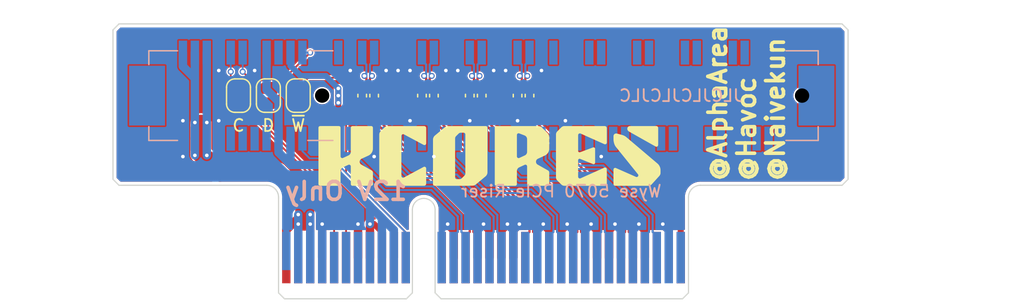
<source format=kicad_pcb>
(kicad_pcb (version 20211014) (generator pcbnew)
  (layers (0 "F.Cu" signal) (31 "B.Cu" signal) (34 "B.Paste" user) (35 "F.Paste" user) (36 "B.SilkS" user "B.Silkscreen") (37 "F.SilkS" user "F.Silkscreen") (38 "B.Mask" user) (39 "F.Mask" user) (44 "Edge.Cuts" user))
  (net 0 "")
  (net 1 "/PET0+")
  (net 2 "/W-PET0+")
  (net 3 "/PET0-")
  (net 4 "/W-PET0-")
  (net 5 "/PET1+")
  (net 6 "/W-PET1+")
  (net 7 "/PET1-")
  (net 8 "/W-PET1-")
  (net 9 "/PET2+")
  (net 10 "/W-PET2+")
  (net 11 "/PET2-")
  (net 12 "/W-PET2-")
  (net 13 "/PET3+")
  (net 14 "/W-PET3+")
  (net 15 "/PET3-")
  (net 16 "/W-PET3-")
  (net 17 "GND")
  (net 18 "+12V")
  (net 20 "+5V")
  (net 22 "+3V3")
  (net 23 "/~{PERST}")
  (net 24 "/REFCLK+")
  (net 25 "/REFCLK-")
  (net 26 "/PER0+")
  (net 27 "/PER0-")
  (net 29 "/PER1+")
  (net 30 "/PER1-")
  (net 31 "/PER2+")
  (net 32 "/PER2-")
  (net 33 "/PER3+")
  (net 34 "/PER3-")
  (net 36 "/Wyse_SMCLK")
  (net 37 "/Wyse_SMDAT")
  (net 38 "+3V3SB")
  (net 39 "/~{Wyse_WAKE}")
  (net 57 "/SMCLK")
  (net 58 "/SMDAT")
  (net 60 "/~{WAKE}")
  (footprint "KCORES_Logo:KCORES-Logo_5mm_SilkScreen" (layer "F.Cu") (at 155.5 137.5)
    (fp_text reference "G***" hide)
    (fp_text value "LOGO" hide)
  )
  (footprint "Jumper:SolderJumper-2_P1.3mm_Open_RoundedPad1.0x1.5mm" (layer "F.Cu") (at 139.5 133 -90)
    (fp_text reference "JP4")
    (fp_text value "~{WAKE}")
  )
  (footprint "Jumper:SolderJumper-2_P1.3mm_Open_RoundedPad1.0x1.5mm" (layer "F.Cu") (at 134.5 133 90)
    (fp_text reference "JP2")
    (fp_text value "SMCLK")
  )
  (footprint "Capacitor_SMD:C_0402_1005Metric" (layer "F.Cu") (at 154.85 133 -90)
    (fp_text reference "C6" hide)
    (fp_text value "100nF")
  )
  (footprint "Capacitor_SMD:C_0402_1005Metric" (layer "F.Cu") (at 150.85 133 -90)
    (fp_text reference "C4" hide)
    (fp_text value "100nF")
  )
  (footprint "Connector_PCBEdge:BUS_PCIexpress_x4" (layer "F.Cu") (at 138.5 146.55)
    (fp_text reference "J1")
    (fp_text value "Wyse_PCI_Express_x4")
    (fp_line (start 12.95 3.45) (end 33.15 3.45) (layer "Edge.Cuts") (width 0.1))
    (fp_line (start 10.55 2.95) (end 10.05 3.45) (layer "Edge.Cuts") (width 0.1))
    (fp_line (start -0.15 3.45) (end 10.05 3.45) (layer "Edge.Cuts") (width 0.1))
    (fp_line (start 12.45 2.95) (end 12.95 3.45) (layer "Edge.Cuts") (width 0.1))
    (fp_line (start 33.65 2.95) (end 33.15 3.45) (layer "Edge.Cuts") (width 0.1))
    (fp_line (start 10.55 -4) (end 10.55 2.95) (layer "Edge.Cuts") (width 0.1))
    (fp_line (start -0.65 -4.95) (end -0.65 2.95) (layer "Edge.Cuts") (width 0.1))
    (fp_line (start 33.65 -4.95) (end 33.65 2.95) (layer "Edge.Cuts") (width 0.1))
    (fp_line (start -0.65 2.95) (end -0.15 3.45) (layer "Edge.Cuts") (width 0.1))
    (fp_line (start 12.45 -4) (end 12.45 2.95) (layer "Edge.Cuts") (width 0.1))
    (fp_arc (start 10.55 -4) (mid 11.5 -4.95) (end 12.45 -4) (layer "Edge.Cuts") (width 0.1))
  )
  (footprint "Capacitor_SMD:C_0402_1005Metric" (layer "F.Cu") (at 144.85 133 -90)
    (fp_text reference "C1" hide)
    (fp_text value "100nF")
  )
  (footprint "Jumper:SolderJumper-2_P1.3mm_Open_RoundedPad1.0x1.5mm" (layer "F.Cu") (at 137 133 90)
    (fp_text reference "JP3")
    (fp_text value "SMDAT")
  )
  (footprint "Capacitor_SMD:C_0402_1005Metric" (layer "F.Cu") (at 157.85 133 -90)
    (fp_text reference "C7" hide)
    (fp_text value "100nF")
  )
  (footprint "Capacitor_SMD:C_0402_1005Metric" (layer "F.Cu") (at 149.85 133 -90)
    (fp_text reference "C3" hide)
    (fp_text value "100nF")
  )
  (footprint "Capacitor_SMD:C_0402_1005Metric" (layer "F.Cu") (at 153.85 133 -90)
    (fp_text reference "C5" hide)
    (fp_text value "100nF")
  )
  (footprint "Capacitor_SMD:C_0402_1005Metric" (layer "F.Cu") (at 158.85 133 -90)
    (fp_text reference "C8" hide)
    (fp_text value "100nF")
  )
  (footprint "Capacitor_SMD:C_0402_1005Metric" (layer "F.Cu") (at 145.85 133 -90)
    (fp_text reference "C2" hide)
    (fp_text value "100nF")
  )
  (footprint "Connector_PCIe_SMT:PCIe_Vertical_SMT_x8" (layer "B.Cu") (at 141.5 133 180)
    (fp_text reference "J2" hide)
    (fp_text value "Bus_PCI_Express_x8")
  )
  (gr_arc (start 136.85 140.5) (mid 137.557107 140.792893) (end 137.85 141.5) (layer "Edge.Cuts") (width 0.1))
  (gr_line (start 172.15 141.5) (end 172.15 141.6) (layer "Edge.Cuts") (width 0.1))
  (gr_line (start 124 127.5) (end 124.5 127) (layer "Edge.Cuts") (width 0.1))
  (gr_arc (start 172.15 141.5) (mid 172.442893 140.792893) (end 173.15 140.5) (layer "Edge.Cuts") (width 0.1))
  (gr_line (start 185.5 140) (end 185 140.5) (layer "Edge.Cuts") (width 0.1))
  (gr_line (start 185 140.5) (end 173.15 140.5) (layer "Edge.Cuts") (width 0.1))
  (gr_line (start 185.5 127.5) (end 185 127) (layer "Edge.Cuts") (width 0.1))
  (gr_line (start 137.85 141.6) (end 137.85 141.5) (layer "Edge.Cuts") (width 0.1))
  (gr_line (start 124 140) (end 124.5 140.5) (layer "Edge.Cuts") (width 0.1))
  (gr_line (start 124.5 127) (end 185 127) (layer "Edge.Cuts") (width 0.1))
  (gr_line (start 124 140) (end 124 127.5) (layer "Edge.Cuts") (width 0.1))
  (gr_line (start 185.5 127.5) (end 185.5 140) (layer "Edge.Cuts") (width 0.1))
  (gr_line (start 124.5 140.5) (end 136.85 140.5) (layer "Edge.Cuts") (width 0.1))
  (gr_text "JLCJLCJLCJLC" (at 171.5 133) (layer "B.SilkS") (effects (font (size 1 1)) (justify mirror)))
  (gr_text "Wyse 5070 PCIe Riser" (at 161.5 141) (layer "B.SilkS") (effects (font (size 1 1)) (justify mirror)))
  (gr_text "12V Only" (at 143.5 141) (layer "B.SilkS") (effects (font (size 1.5 1.5) (thickness 0.3)) (justify mirror)))
  (gr_text "D" (at 137 135.5) (layer "F.SilkS") (effects (font (size 1 1))))
  (gr_text "C" (at 134.5 135.5) (layer "F.SilkS") (effects (font (size 1 1))))
  (gr_text "~{W}" (at 139.5 135.5) (layer "F.SilkS") (effects (font (size 1 1))))
  (gr_text "@AlphaArea\n@Havoc\n@Naivekun" (at 177 140.3 90) (layer "F.SilkS") (effects (font (size 1.5 1.5) (thickness 0.3)) (justify left)))
  (segment (start 145.197599 131.511099) (end 145.197599 132.172401) (width 0.1778) (layer "F.Cu") (net 1))
  (segment (start 145.0365 131.35) (end 145.197599 131.511099) (width 0.1778) (layer "F.Cu") (net 1))
  (segment (start 145.197599 132.172401) (end 144.85 132.52) (width 0.1778) (layer "F.Cu") (net 1))
  (via (at 145.0365 131.35) (size 0.5) (drill 0.3) (layers "F.Cu" "B.Cu") (net 1))
  (segment (start 145.197599 131.188901) (end 145.0365 131.35) (width 0.1778) (layer "B.Cu") (net 1))
  (segment (start 145.1976 130.3976) (end 145.197599 131.188901) (width 0.1778) (layer "B.Cu") (net 1))
  (segment (start 144.85 130.05) (end 145.1976 130.3976) (width 0.1778) (layer "B.Cu") (net 1))
  (segment (start 144.85 129.4) (end 144.85 130.05) (width 0.1778) (layer "B.Cu") (net 1))
  (segment (start 145.197599 134.463127) (end 145.197599 133.827599) (width 0.1778) (layer "F.Cu") (net 2))
  (segment (start 153.8476 143.113128) (end 145.197599 134.463127) (width 0.1778) (layer "F.Cu") (net 2))
  (segment (start 145.197599 133.827599) (end 144.85 133.48) (width 0.1778) (layer "F.Cu") (net 2))
  (segment (start 153.8476 144.4024) (end 153.8476 143.113128) (width 0.1778) (layer "F.Cu") (net 2))
  (segment (start 153.5 144.75) (end 153.8476 144.4024) (width 0.1778) (layer "F.Cu") (net 2))
  (segment (start 153.5 146.55) (end 153.5 144.75) (width 0.1778) (layer "F.Cu") (net 2))
  (segment (start 145.502401 131.511099) (end 145.502401 132.172401) (width 0.1778) (layer "F.Cu") (net 3))
  (segment (start 145.6635 131.35) (end 145.502401 131.511099) (width 0.1778) (layer "F.Cu") (net 3))
  (segment (start 145.502401 132.172401) (end 145.85 132.52) (width 0.1778) (layer "F.Cu") (net 3))
  (via (at 145.6635 131.35) (size 0.5) (drill 0.3) (layers "F.Cu" "B.Cu") (net 3))
  (segment (start 145.5024 130.3976) (end 145.502401 131.188901) (width 0.1778) (layer "B.Cu") (net 3))
  (segment (start 145.85 130.05) (end 145.5024 130.3976) (width 0.1778) (layer "B.Cu") (net 3))
  (segment (start 145.85 129.4) (end 145.85 130.05) (width 0.1778) (layer "B.Cu") (net 3))
  (segment (start 145.502401 131.188901) (end 145.6635 131.35) (width 0.1778) (layer "B.Cu") (net 3))
  (segment (start 145.502401 133.827599) (end 145.85 133.48) (width 0.1778) (layer "F.Cu") (net 4))
  (segment (start 154.5 144.75) (end 154.1524 144.4024) (width 0.1778) (layer "F.Cu") (net 4))
  (segment (start 145.502401 134.336873) (end 145.502401 133.827599) (width 0.1778) (layer "F.Cu") (net 4))
  (segment (start 154.1524 144.4024) (end 154.1524 142.986872) (width 0.1778) (layer "F.Cu") (net 4))
  (segment (start 154.1524 142.986872) (end 145.502401 134.336873) (width 0.1778) (layer "F.Cu") (net 4))
  (segment (start 154.5 146.55) (end 154.5 144.75) (width 0.1778) (layer "F.Cu") (net 4))
  (segment (start 150.197599 132.172401) (end 149.85 132.52) (width 0.1778) (layer "F.Cu") (net 5))
  (segment (start 150.0365 131.35) (end 150.197599 131.511099) (width 0.1778) (layer "F.Cu") (net 5))
  (segment (start 150.197599 131.511099) (end 150.197599 132.172401) (width 0.1778) (layer "F.Cu") (net 5))
  (via (at 150.0365 131.35) (size 0.5) (drill 0.3) (layers "F.Cu" "B.Cu") (net 5))
  (segment (start 150.197599 131.188901) (end 150.0365 131.35) (width 0.1778) (layer "B.Cu") (net 5))
  (segment (start 150.1976 130.3976) (end 150.197599 131.188901) (width 0.1778) (layer "B.Cu") (net 5))
  (segment (start 149.85 129.4) (end 149.85 130.05) (width 0.1778) (layer "B.Cu") (net 5))
  (segment (start 149.85 130.05) (end 150.1976 130.3976) (width 0.1778) (layer "B.Cu") (net 5))
  (segment (start 158.5 146.55) (end 158.5 144.75) (width 0.1778) (layer "F.Cu") (net 6))
  (segment (start 158.8476 144.4024) (end 158.8476 143.113128) (width 0.1778) (layer "F.Cu") (net 6))
  (segment (start 158.5 144.75) (end 158.8476 144.4024) (width 0.1778) (layer "F.Cu") (net 6))
  (segment (start 158.8476 143.113128) (end 150.197599 134.463127) (width 0.1778) (layer "F.Cu") (net 6))
  (segment (start 150.197599 133.827599) (end 149.85 133.48) (width 0.1778) (layer "F.Cu") (net 6))
  (segment (start 150.197599 134.463127) (end 150.197599 133.827599) (width 0.1778) (layer "F.Cu") (net 6))
  (segment (start 150.6635 131.35) (end 150.502401 131.511099) (width 0.1778) (layer "F.Cu") (net 7))
  (segment (start 150.502401 132.172401) (end 150.85 132.52) (width 0.1778) (layer "F.Cu") (net 7))
  (segment (start 150.502401 131.511099) (end 150.502401 132.172401) (width 0.1778) (layer "F.Cu") (net 7))
  (via (at 150.6635 131.35) (size 0.5) (drill 0.3) (layers "F.Cu" "B.Cu") (net 7))
  (segment (start 150.85 130.05) (end 150.5024 130.3976) (width 0.1778) (layer "B.Cu") (net 7))
  (segment (start 150.5024 130.3976) (end 150.502401 131.188901) (width 0.1778) (layer "B.Cu") (net 7))
  (segment (start 150.85 129.4) (end 150.85 130.05) (width 0.1778) (layer "B.Cu") (net 7))
  (segment (start 150.502401 131.188901) (end 150.6635 131.35) (width 0.1778) (layer "B.Cu") (net 7))
  (segment (start 150.502401 133.827599) (end 150.85 133.48) (width 0.1778) (layer "F.Cu") (net 8))
  (segment (start 159.1524 142.986872) (end 150.502401 134.336873) (width 0.1778) (layer "F.Cu") (net 8))
  (segment (start 159.5 146.55) (end 159.5 144.75) (width 0.1778) (layer "F.Cu") (net 8))
  (segment (start 150.502401 134.336873) (end 150.502401 133.827599) (width 0.1778) (layer "F.Cu") (net 8))
  (segment (start 159.5 144.75) (end 159.1524 144.4024) (width 0.1778) (layer "F.Cu") (net 8))
  (segment (start 159.1524 144.4024) (end 159.1524 142.986872) (width 0.1778) (layer "F.Cu") (net 8))
  (segment (start 154.197599 132.172401) (end 153.85 132.52) (width 0.1778) (layer "F.Cu") (net 9))
  (segment (start 154.0365 131.35) (end 154.197599 131.511099) (width 0.1778) (layer "F.Cu") (net 9))
  (segment (start 154.197599 131.511099) (end 154.197599 132.172401) (width 0.1778) (layer "F.Cu") (net 9))
  (via (at 154.0365 131.35) (size 0.5) (drill 0.3) (layers "F.Cu" "B.Cu") (net 9))
  (segment (start 154.1976 130.3976) (end 154.197599 131.188901) (width 0.1778) (layer "B.Cu") (net 9))
  (segment (start 153.85 130.05) (end 154.1976 130.3976) (width 0.1778) (layer "B.Cu") (net 9))
  (segment (start 153.85 129.4) (end 153.85 130.05) (width 0.1778) (layer "B.Cu") (net 9))
  (segment (start 154.197599 131.188901) (end 154.0365 131.35) (width 0.1778) (layer "B.Cu") (net 9))
  (segment (start 162.5 144.75) (end 162.8476 144.4024) (width 0.1778) (layer "F.Cu") (net 10))
  (segment (start 162.8476 144.4024) (end 162.8476 143.113128) (width 0.1778) (layer "F.Cu") (net 10))
  (segment (start 162.5 146.55) (end 162.5 144.75) (width 0.1778) (layer "F.Cu") (net 10))
  (segment (start 162.8476 143.113128) (end 154.197599 134.463127) (width 0.1778) (layer "F.Cu") (net 10))
  (segment (start 154.197599 134.463127) (end 154.197599 133.827599) (width 0.1778) (layer "F.Cu") (net 10))
  (segment (start 154.197599 133.827599) (end 153.85 133.48) (width 0.1778) (layer "F.Cu") (net 10))
  (segment (start 154.502401 131.511099) (end 154.502401 132.172401) (width 0.1778) (layer "F.Cu") (net 11))
  (segment (start 154.502401 132.172401) (end 154.85 132.52) (width 0.1778) (layer "F.Cu") (net 11))
  (segment (start 154.6635 131.35) (end 154.502401 131.511099) (width 0.1778) (layer "F.Cu") (net 11))
  (via (at 154.6635 131.35) (size 0.5) (drill 0.3) (layers "F.Cu" "B.Cu") (net 11))
  (segment (start 154.85 130.05) (end 154.5024 130.3976) (width 0.1778) (layer "B.Cu") (net 11))
  (segment (start 154.5024 130.3976) (end 154.502401 131.188901) (width 0.1778) (layer "B.Cu") (net 11))
  (segment (start 154.85 129.4) (end 154.85 130.05) (width 0.1778) (layer "B.Cu") (net 11))
  (segment (start 154.502401 131.188901) (end 154.6635 131.35) (width 0.1778) (layer "B.Cu") (net 11))
  (segment (start 163.1524 144.4024) (end 163.1524 142.986872) (width 0.1778) (layer "F.Cu") (net 12))
  (segment (start 163.5 146.55) (end 163.5 144.75) (width 0.1778) (layer "F.Cu") (net 12))
  (segment (start 154.502401 134.336873) (end 154.502401 133.827599) (width 0.1778) (layer "F.Cu") (net 12))
  (segment (start 154.502401 133.827599) (end 154.85 133.48) (width 0.1778) (layer "F.Cu") (net 12))
  (segment (start 163.5 144.75) (end 163.1524 144.4024) (width 0.1778) (layer "F.Cu") (net 12))
  (segment (start 163.1524 142.986872) (end 154.502401 134.336873) (width 0.1778) (layer "F.Cu") (net 12))
  (segment (start 158.197599 132.172401) (end 157.85 132.52) (width 0.1778) (layer "F.Cu") (net 13))
  (segment (start 158.0365 131.35) (end 158.197599 131.511099) (width 0.1778) (layer "F.Cu") (net 13))
  (segment (start 158.197599 131.511099) (end 158.197599 132.172401) (width 0.1778) (layer "F.Cu") (net 13))
  (via (at 158.0365 131.35) (size 0.5) (drill 0.3) (layers "F.Cu" "B.Cu") (net 13))
  (segment (start 157.85 130.05) (end 158.1976 130.3976) (width 0.1778) (layer "B.Cu") (net 13))
  (segment (start 158.1976 130.3976) (end 158.197599 131.188901) (width 0.1778) (layer "B.Cu") (net 13))
  (segment (start 158.197599 131.188901) (end 158.0365 131.35) (width 0.1778) (layer "B.Cu") (net 13))
  (segment (start 157.85 129.4) (end 157.85 130.05) (width 0.1778) (layer "B.Cu") (net 13))
  (segment (start 166.8476 143.113128) (end 158.197599 134.463127) (width 0.1778) (layer "F.Cu") (net 14))
  (segment (start 158.197599 134.463127) (end 158.197599 133.827599) (width 0.1778) (layer "F.Cu") (net 14))
  (segment (start 158.197599 133.827599) (end 157.85 133.48) (width 0.1778) (layer "F.Cu") (net 14))
  (segment (start 166.5 144.75) (end 166.8476 144.4024) (width 0.1778) (layer "F.Cu") (net 14))
  (segment (start 166.5 146.55) (end 166.5 144.75) (width 0.1778) (layer "F.Cu") (net 14))
  (segment (start 166.8476 144.4024) (end 166.8476 143.113128) (width 0.1778) (layer "F.Cu") (net 14))
  (segment (start 158.502401 132.172401) (end 158.85 132.52) (width 0.1778) (layer "F.Cu") (net 15))
  (segment (start 158.502401 131.511099) (end 158.502401 132.172401) (width 0.1778) (layer "F.Cu") (net 15))
  (segment (start 158.6635 131.35) (end 158.502401 131.511099) (width 0.1778) (layer "F.Cu") (net 15))
  (via (at 158.6635 131.35) (size 0.5) (drill 0.3) (layers "F.Cu" "B.Cu") (net 15))
  (segment (start 158.85 129.4) (end 158.85 130.05) (width 0.1778) (layer "B.Cu") (net 15))
  (segment (start 158.85 130.05) (end 158.5024 130.3976) (width 0.1778) (layer "B.Cu") (net 15))
  (segment (start 158.502401 131.188901) (end 158.6635 131.35) (width 0.1778) (layer "B.Cu") (net 15))
  (segment (start 158.5024 130.3976) (end 158.502401 131.188901) (width 0.1778) (layer "B.Cu") (net 15))
  (segment (start 158.502401 134.336873) (end 158.502401 133.827599) (width 0.1778) (layer "F.Cu") (net 16))
  (segment (start 167.1524 142.986872) (end 158.502401 134.336873) (width 0.1778) (layer "F.Cu") (net 16))
  (segment (start 158.502401 133.827599) (end 158.85 133.48) (width 0.1778) (layer "F.Cu") (net 16))
  (segment (start 167.1524 144.4024) (end 167.1524 142.986872) (width 0.1778) (layer "F.Cu") (net 16))
  (segment (start 167.5 144.75) (end 167.1524 144.4024) (width 0.1778) (layer "F.Cu") (net 16))
  (segment (start 167.5 146.55) (end 167.5 144.75) (width 0.1778) (layer "F.Cu") (net 16))
  (segment (start 165.5 146.55) (end 165.5 144.25) (width 0.7) (layer "F.Cu") (net 17))
  (segment (start 170.5 146) (end 170.5 144.25) (width 0.7) (layer "F.Cu") (net 17))
  (segment (start 160 143.75) (end 160.5 144.25) (width 0.7) (layer "F.Cu") (net 17))
  (segment (start 168.5 144.25) (end 168.5 146.55) (width 0.7) (layer "F.Cu") (net 17))
  (segment (start 156.5 144.25) (end 157 143.75) (width 0.7) (layer "F.Cu") (net 17))
  (segment (start 141.5 146.55) (end 141.5 143.75) (width 0.7) (layer "F.Cu") (net 17))
  (segment (start 152.5 146.55) (end 152.5 144.25) (width 0.7) (layer "F.Cu") (net 17))
  (segment (start 168 143.75) (end 168.5 144.25) (width 0.7) (layer "F.Cu") (net 17))
  (segment (start 157.5 146.55) (end 157.5 144.25) (width 0.7) (layer "F.Cu") (net 17))
  (segment (start 155.5 146.55) (end 155.5 144.25) (width 0.7) (layer "F.Cu") (net 17))
  (segment (start 144.5 146.55) (end 144.5 143.75) (width 0.7) (layer "F.Cu") (net 17))
  (segment (start 165.5 144.25) (end 166 143.75) (width 0.7) (layer "F.Cu") (net 17))
  (segment (start 170.5 144.25) (end 170 143.75) (width 0.7) (layer "F.Cu") (net 17))
  (segment (start 164.5 144.25) (end 164.5 146.55) (width 0.7) (layer "F.Cu") (net 17))
  (segment (start 155.5 144.25) (end 155 143.75) (width 0.7) (layer "F.Cu") (net 17))
  (segment (start 152.5 144.25) (end 152 143.75) (width 0.7) (layer "F.Cu") (net 17))
  (segment (start 161.5 144.25) (end 162 143.75) (width 0.7) (layer "F.Cu") (net 17))
  (segment (start 164 143.75) (end 164.5 144.25) (width 0.7) (layer "F.Cu") (net 17))
  (segment (start 160.5 144.25) (end 160.5 146.55) (width 0.7) (layer "F.Cu") (net 17))
  (segment (start 171.5 146.55) (end 171.5 143.75) (width 0.5) (layer "F.Cu") (net 17))
  (segment (start 156.5 146.55) (end 156.5 144.25) (width 0.7) (layer "F.Cu") (net 17))
  (segment (start 161.5 146.55) (end 161.5 144.25) (width 0.7) (layer "F.Cu") (net 17))
  (segment (start 157.5 144.25) (end 158 143.75) (width 0.7) (layer "F.Cu") (net 17))
  (via (at 147.85 130.9) (size 0.5) (drill 0.3) (layers "F.Cu" "B.Cu") (net 17))
  (via (at 150.85 138.1) (size 0.5) (drill 0.3) (layers "F.Cu" "B.Cu") (net 17))
  (via (at 156.85 130.9) (size 0.5) (drill 0.3) (layers "F.Cu" "B.Cu") (net 17))
  (via (at 135.85 130.9) (size 0.5) (drill 0.3) (layers "F.Cu" "B.Cu") (net 17))
  (via (at 144.5 143.75) (size 0.5) (drill 0.3) (layers "F.Cu" "B.Cu") (net 17))
  (via (at 132.85 135.1) (size 0.5) (drill 0.3) (layers "F.Cu" "B.Cu") (net 17))
  (via (at 160 143.75) (size 0.5) (drill 0.3) (layers "F.Cu" "B.Cu") (net 17))
  (via (at 152.85 130.9) (size 0.5) (drill 0.3) (layers "F.Cu" "B.Cu") (net 17))
  (via (at 157 143.75) (size 0.5) (drill 0.3) (layers "F.Cu" "B.Cu") (net 17))
  (via (at 158 143.75) (size 0.5) (drill 0.3) (layers "F.Cu" "B.Cu") (net 17))
  (via (at 166 143.75) (size 0.5) (drill 0.3) (layers "F.Cu" "B.Cu") (net 17))
  (via (at 129.85 138.1) (size 0.5) (drill 0.3) (layers "F.Cu" "B.Cu") (net 17))
  (via (at 148.85 135.1) (size 0.5) (drill 0.3) (layers "F.Cu" "B.Cu") (net 17))
  (via (at 159.85 130.9) (size 0.5) (drill 0.3) (layers "F.Cu" "B.Cu") (net 17))
  (via (at 162 143.75) (size 0.5) (drill 0.3) (layers "F.Cu" "B.Cu") (net 17))
  (via (at 152 143.75) (size 0.5) (drill 0.3) (layers "F.Cu" "B.Cu") (net 17))
  (via (at 148.85 130.9) (size 0.5) (drill 0.3) (layers "F.Cu" "B.Cu") (net 17))
  (via (at 132.85 130.9) (size 0.5) (drill 0.3) (layers "F.Cu" "B.Cu") (net 17))
  (via (at 157.85 135.1) (size 0.5) (drill 0.3) (layers "F.Cu" "B.Cu") (net 17))
  (via (at 170 143.75) (size 0.5) (drill 0.3) (layers "F.Cu" "B.Cu") (net 17))
  (via (at 151.85 130.9) (size 0.5) (drill 0.3) (layers "F.Cu" "B.Cu") (net 17))
  (via (at 145.85 138.1) (size 0.5) (drill 0.3) (layers "F.Cu" "B.Cu") (net 17))
  (via (at 161.85 135.1) (size 0.5) (drill 0.3) (layers "F.Cu" "B.Cu") (net 17))
  (via (at 143.85 130.9) (size 0.5) (drill 0.3) (layers "F.Cu" "B.Cu") (net 17))
  (via (at 164.85 138.1) (size 0.5) (drill 0.3) (layers "F.Cu" "B.Cu") (net 17))
  (via (at 155.85 130.9) (size 0.5) (drill 0.3) (layers "F.Cu" "B.Cu") (net 17))
  (via (at 153.85 135.1) (size 0.5) (drill 0.3) (layers "F.Cu" "B.Cu") (net 17))
  (via (at 164 143.75) (size 0.5) (drill 0.3) (layers "F.Cu" "B.Cu") (net 17))
  (via (at 129.85 135.1) (size 0.5) (drill 0.3) (layers "F.Cu" "B.Cu") (net 17))
  (via (at 168 143.75) (size 0.5) (drill 0.3) (layers "F.Cu" "B.Cu") (net 17))
  (via (at 141.5 143.75) (size 0.5) (drill 0.3) (layers "F.Cu" "B.Cu") (net 17))
  (via (at 155 143.75) (size 0.5) (drill 0.3) (layers "F.Cu" "B.Cu") (net 17))
  (via (at 146.85 130.9) (size 0.5) (drill 0.3) (layers "F.Cu" "B.Cu") (net 17))
  (segment (start 162 143.75) (end 162.5 144.25) (width 0.7) (layer "B.Cu") (net 17))
  (segment (start 155 143.75) (end 154.5 144.25) (width 0.7) (layer "B.Cu") (net 17))
  (segment (start 151.5 144.25) (end 152 143.75) (width 0.5) (layer "B.Cu") (net 17))
  (segment (start 163.5 144.25) (end 164 143.75) (width 0.7) (layer "B.Cu") (net 17))
  (segment (start 158 143.75) (end 157.5 144.25) (width 0.7) (layer "B.Cu") (net 17))
  (segment (start 170.5 146.55) (end 170.5 144.25) (width 0.7) (layer "B.Cu") (net 17))
  (segment (start 166.5 144.25) (end 166.5 146.55) (width 0.7) (layer "B.Cu") (net 17))
  (segment (start 154.5 144.25) (end 154.5 146.55) (width 0.7) (layer "B.Cu") (net 17))
  (segment (start 138.5 146) (end 138.5 142.5) (width 0.5) (layer "B.Cu") (net 17))
  (segment (start 157.5 144.25) (end 157.5 146.55) (width 0.7) (layer "B.Cu") (net 17))
  (segment (start 159.5 146.55) (end 159.5 144.25) (width 0.7) (layer "B.Cu") (net 17))
  (segment (start 157.5 144.25) (end 157 143.75) (width 0.7) (layer "B.Cu") (net 17))
  (segment (start 151.5 146.55) (end 151.5 144.25) (width 0.5) (layer "B.Cu") (net 17))
  (segment (start 167.5 146.55) (end 167.5 144.25) (width 0.7) (layer "B.Cu") (net 17))
  (segment (start 167.5 144.25) (end 168 143.75) (width 0.7) (layer "B.Cu") (net 17))
  (segment (start 159.5 144.25) (end 160 143.75) (width 0.7) (layer "B.Cu") (net 17))
  (segment (start 170.5 144.25) (end 170 143.75) (width 0.7) (layer "B.Cu") (net 17))
  (segment (start 141.5 146.55) (end 141.5 143.75) (width 0.7) (layer "B.Cu") (net 17))
  (segment (start 163.5 146.55) (end 163.5 144.25) (width 0.7) (layer "B.Cu") (net 17))
  (segment (start 162.5 144.25) (end 162.5 146.55) (width 0.7) (layer "B.Cu") (net 17))
  (segment (start 166 143.75) (end 166.5 144.25) (width 0.7) (layer "B.Cu") (net 17))
  (segment (start 137.75 139.45) (end 140 141.7) (width 1.5) (layer "F.Cu") (net 18))
  (segment (start 139.5 146.55) (end 139.5 144.05) (width 0.7) (layer "F.Cu") (net 18))
  (segment (start 139.5 144.05) (end 140 143.55) (width 0.7) (layer "F.Cu") (net 18))
  (segment (start 132.95 139.45) (end 137.75 139.45) (width 1.5) (layer "F.Cu") (net 18))
  (segment (start 140 141.7) (end 140 143.55) (width 1.5) (layer "F.Cu") (net 18))
  (segment (start 138.5 144.25) (end 140.2 142.55) (width 0.7) (layer "F.Cu") (net 18))
  (segment (start 138.5 146.55) (end 138.5 144.25) (width 0.7) (layer "F.Cu") (net 18))
  (segment (start 131.35 135.35) (end 131.35 137.85) (width 1.5) (layer "F.Cu") (net 18))
  (segment (start 140.5 146.55) (end 140.5 141.7) (width 0.7) (layer "F.Cu") (net 18))
  (segment (start 131.35 137.85) (end 132.95 139.45) (width 1.5) (layer "F.Cu") (net 18))
  (via (at 139.5 143.75) (size 0.5) (drill 0.3) (layers "F.Cu" "B.Cu") (net 18))
  (via (at 131.85 138) (size 0.5) (drill 0.3) (layers "F.Cu" "B.Cu") (net 18))
  (via (at 130.85 135.25) (size 0.5) (drill 0.3) (layers "F.Cu" "B.Cu") (net 18))
  (via (at 140.5 143.75) (size 0.5) (drill 0.3) (layers "F.Cu" "B.Cu") (net 18))
  (via (at 131.85 135.25) (size 0.5) (drill 0.3) (layers "F.Cu" "B.Cu") (net 18))
  (via (at 130.85 138) (size 0.5) (drill 0.3) (layers "F.Cu" "B.Cu") (net 18))
  (via (at 139.5 142.95) (size 0.5) (drill 0.3) (layers "F.Cu" "B.Cu") (net 18))
  (via (at 140.5 142.95) (size 0.5) (drill 0.3) (layers "F.Cu" "B.Cu") (net 18))
  (segment (start 131.85 136.6) (end 131.85 135.25) (width 0.7) (layer "B.Cu") (net 18))
  (segment (start 129.85 130.55) (end 130.85 131.55) (width 0.7) (layer "B.Cu") (net 18))
  (segment (start 130.85 135.25) (end 130.85 136.6) (width 0.7) (layer "B.Cu") (net 18))
  (segment (start 139.5 143.75) (end 139.5 142.95) (width 0.7) (layer "B.Cu") (net 18))
  (segment (start 139.5 146.55) (end 139.5 143.75) (width 0.7) (layer "B.Cu") (net 18))
  (segment (start 131.85 136.6) (end 131.85 138) (width 0.7) (layer "B.Cu") (net 18))
  (segment (start 129.85 129.4) (end 129.85 130.55) (width 0.7) (layer "B.Cu") (net 18))
  (segment (start 140.5 146.55) (end 140.5 143.75) (width 0.7) (layer "B.Cu") (net 18))
  (segment (start 140.5 143.75) (end 140.5 142.95) (width 0.7) (layer "B.Cu") (net 18))
  (segment (start 130.85 136.6) (end 130.85 138) (width 0.7) (layer "B.Cu") (net 18))
  (segment (start 130.85 129.4) (end 130.85 131.55) (width 0.7) (layer "B.Cu") (net 18))
  (segment (start 130.85 131.55) (end 130.85 135.25) (width 0.7) (layer "B.Cu") (net 18))
  (segment (start 131.85 135.25) (end 131.85 129.4) (width 0.7) (layer "B.Cu") (net 18))
  (segment (start 146.5 144.4) (end 145.85 143.75) (width 0.5) (layer "F.Cu") (net 22))
  (segment (start 145.85 143.75) (end 145.5 143.75) (width 0.5) (layer "F.Cu") (net 22))
  (segment (start 146.5 146.55) (end 146.5 144.4) (width 0.5) (layer "F.Cu") (net 22))
  (segment (start 145.5 146.55) (end 145.5 143.75) (width 0.7) (layer "F.Cu") (net 22))
  (via (at 145.5 143.75) (size 0.5) (drill 0.3) (layers "F.Cu" "B.Cu") (net 22))
  (segment (start 137.85 137.75) (end 138.9 138.8) (width 0.7) (layer "B.Cu") (net 22))
  (segment (start 137.85 136.6) (end 137.85 133.5) (width 0.7) (layer "B.Cu") (net 22))
  (segment (start 146.2 142.95) (end 147.5 144.25) (width 0.7) (layer "B.Cu") (net 22))
  (segment (start 145.5 143.75) (end 145.5 142.25) (width 0.7) (layer "B.Cu") (net 22))
  (segment (start 146.5 146.55) (end 146.5 143.25) (width 0.7) (layer "B.Cu") (net 22))
  (segment (start 147.5 144.25) (end 147.5 146.55) (width 0.7) (layer "B.Cu") (net 22))
  (segment (start 137.85 136.6) (end 137.85 137.75) (width 0.7) (layer "B.Cu") (net 22))
  (segment (start 145.5 142.25) (end 145.275 142.025) (width 0.7) (layer "B.Cu") (net 22))
  (segment (start 145.275 142.025) (end 146.2 142.95) (width 0.7) (layer "B.Cu") (net 22))
  (segment (start 142.05 138.8) (end 145.275 142.025) (width 0.7) (layer "B.Cu") (net 22))
  (segment (start 138.85 136.6) (end 138.85 138.75) (width 0.7) (layer "B.Cu") (net 22))
  (segment (start 136.85 132.5) (end 136.85 129.4) (width 0.7) (layer "B.Cu") (net 22))
  (segment (start 138.9 138.8) (end 142.05 138.8) (width 0.7) (layer "B.Cu") (net 22))
  (segment (start 138.85 138.75) (end 138.9 138.8) (width 0.7) (layer "B.Cu") (net 22))
  (segment (start 137.85 133.5) (end 136.85 132.5) (width 0.7) (layer "B.Cu") (net 22))
  (segment (start 146.5 143.25) (end 146.2 142.95) (width 0.7) (layer "B.Cu") (net 22))
  (segment (start 139.85 137.65) (end 139.85 136.6) (width 0.15) (layer "B.Cu") (net 23))
  (segment (start 140.44848 138.24848) (end 139.85 137.65) (width 0.15) (layer "B.Cu") (net 23))
  (segment (start 148.5 146.55) (end 148.5 144.45) (width 0.15) (layer "B.Cu") (net 23))
  (segment (start 148.5 144.45) (end 142.29848 138.24848) (width 0.15) (layer "B.Cu") (net 23))
  (segment (start 142.29848 138.24848) (end 140.44848 138.24848) (width 0.15) (layer "B.Cu") (net 23))
  (segment (start 152.8476 143.113128) (end 152.8476 144.4024) (width 0.1778) (layer "B.Cu") (net 24))
  (segment (start 143.85 136.6) (end 143.85 137.25) (width 0.1778) (layer "B.Cu") (net 24))
  (segment (start 152.5 144.75) (end 152.5 146.55) (width 0.1778) (layer "B.Cu") (net 24))
  (segment (start 152.8476 144.4024) (end 152.5 144.75) (width 0.1778) (layer "B.Cu") (net 24))
  (segment (start 146.736872 140.9024) (end 150.636872 140.9024) (width 0.1778) (layer "B.Cu") (net 24))
  (segment (start 143.85 137.25) (end 144.1976 137.5976) (width 0.1778) (layer "B.Cu") (net 24))
  (segment (start 144.1976 138.363128) (end 146.736872 140.9024) (width 0.1778) (layer "B.Cu") (net 24))
  (segment (start 144.1976 137.5976) (end 144.1976 138.363128) (width 0.1778) (layer "B.Cu") (net 24))
  (segment (start 150.636872 140.9024) (end 152.8476 143.113128) (width 0.1778) (layer "B.Cu") (net 24))
  (segment (start 150.763128 140.5976) (end 153.1524 142.986872) (width 0.1778) (layer "B.Cu") (net 25))
  (segment (start 153.1524 142.986872) (end 153.1524 144.4024) (width 0.1778) (layer "B.Cu") (net 25))
  (segment (start 153.5 144.75) (end 153.5 146.55) (width 0.1778) (layer "B.Cu") (net 25))
  (segment (start 144.85 137.25) (end 144.5024 137.5976) (width 0.1778) (layer "B.Cu") (net 25))
  (segment (start 144.85 136.6) (end 144.85 137.25) (width 0.1778) (layer "B.Cu") (net 25))
  (segment (start 153.1524 144.4024) (end 153.5 144.75) (width 0.1778) (layer "B.Cu") (net 25))
  (segment (start 144.5024 138.236872) (end 146.863128 140.5976) (width 0.1778) (layer "B.Cu") (net 25))
  (segment (start 144.5024 137.5976) (end 144.5024 138.236872) (width 0.1778) (layer "B.Cu") (net 25))
  (segment (start 146.863128 140.5976) (end 150.763128 140.5976) (width 0.1778) (layer "B.Cu") (net 25))
  (segment (start 155.8476 143.113128) (end 155.8476 144.4024) (width 0.1778) (layer "B.Cu") (net 26))
  (segment (start 152.636872 139.9024) (end 155.8476 143.113128) (width 0.1778) (layer "B.Cu") (net 26))
  (segment (start 155.8476 144.4024) (end 155.5 144.75) (width 0.1778) (layer "B.Cu") (net 26))
  (segment (start 146.85 136.6) (end 146.85 137.25) (width 0.1778) (layer "B.Cu") (net 26))
  (segment (start 147.1976 137.5976) (end 147.1976 138.363128) (width 0.1778) (layer "B.Cu") (net 26))
  (segment (start 146.85 137.25) (end 147.1976 137.5976) (width 0.1778) (layer "B.Cu") (net 26))
  (segment (start 148.736872 139.9024) (end 152.636872 139.9024) (width 0.1778) (layer "B.Cu") (net 26))
  (segment (start 155.5 144.75) (end 155.5 146.55) (width 0.1778) (layer "B.Cu") (net 26))
  (segment (start 147.1976 138.363128) (end 148.736872 139.9024) (width 0.1778) (layer "B.Cu") (net 26))
  (segment (start 147.85 136.6) (end 147.85 137.25) (width 0.1778) (layer "B.Cu") (net 27))
  (segment (start 156.1524 142.986872) (end 156.1524 144.4024) (width 0.1778) (layer "B.Cu") (net 27))
  (segment (start 156.5 144.75) (end 156.5 146.55) (width 0.1778) (layer "B.Cu") (net 27))
  (segment (start 147.5024 137.5976) (end 147.5024 138.236872) (width 0.1778) (layer "B.Cu") (net 27))
  (segment (start 147.85 137.25) (end 147.5024 137.5976) (width 0.1778) (layer "B.Cu") (net 27))
  (segment (start 152.763128 139.5976) (end 156.1524 142.986872) (width 0.1778) (layer "B.Cu") (net 27))
  (segment (start 147.5024 138.236872) (end 148.863128 139.5976) (width 0.1778) (layer "B.Cu") (net 27))
  (segment (start 148.863128 139.5976) (end 152.763128 139.5976) (width 0.1778) (layer "B.Cu") (net 27))
  (segment (start 156.1524 144.4024) (end 156.5 144.75) (width 0.1778) (layer "B.Cu") (net 27))
  (segment (start 160.5 144.75) (end 160.8476 144.4024) (width 0.1778) (layer "B.Cu") (net 29))
  (segment (start 152.1976 138.363128) (end 152.1976 137.5976) (width 0.1778) (layer "B.Cu") (net 29))
  (segment (start 158.886872 141.1524) (end 154.986872 141.1524) (width 0.1778) (layer "B.Cu") (net 29))
  (segment (start 160.8476 144.4024) (end 160.8476 143.113128) (width 0.1778) (layer "B.Cu") (net 29))
  (segment (start 154.986872 141.1524) (end 152.1976 138.363128) (width 0.1778) (layer "B.Cu") (net 29))
  (segment (start 160.8476 143.113128) (end 158.886872 141.1524) (width 0.1778) (layer "B.Cu") (net 29))
  (segment (start 152.1976 137.5976) (end 151.85 137.25) (width 0.1778) (layer "B.Cu") (net 29))
  (segment (start 160.5 146.55) (end 160.5 144.75) (width 0.1778) (layer "B.Cu") (net 29))
  (segment (start 151.85 137.25) (end 151.85 136.6) (width 0.1778) (layer "B.Cu") (net 29))
  (segment (start 152.5024 138.236872) (end 152.5024 137.5976) (width 0.1778) (layer "B.Cu") (net 30))
  (segment (start 161.1524 144.4024) (end 161.1524 142.986872) (width 0.1778) (layer "B.Cu") (net 30))
  (segment (start 152.85 137.25) (end 152.85 136.6) (width 0.1778) (layer "B.Cu") (net 30))
  (segment (start 161.5 144.75) (end 161.1524 144.4024) (width 0.1778) (layer "B.Cu") (net 30))
  (segment (start 161.1524 142.986872) (end 159.013128 140.8476) (width 0.1778) (layer "B.Cu") (net 30))
  (segment (start 152.5024 137.5976) (end 152.85 137.25) (width 0.1778) (layer "B.Cu") (net 30))
  (segment (start 155.113128 140.8476) (end 152.5024 138.236872) (width 0.1778) (layer "B.Cu") (net 30))
  (segment (start 161.5 146.55) (end 161.5 144.75) (width 0.1778) (layer "B.Cu") (net 30))
  (segment (start 159.013128 140.8476) (end 155.113128 140.8476) (width 0.1778) (layer "B.Cu") (net 30))
  (segment (start 164.8476 144.4024) (end 164.8476 143.113128) (width 0.1778) (layer "B.Cu") (net 31))
  (segment (start 164.5 144.75) (end 164.8476 144.4024) (width 0.1778) (layer "B.Cu") (net 31))
  (segment (start 156.1976 137.5976) (end 155.85 137.25) (width 0.1778) (layer "B.Cu") (net 31))
  (segment (start 155.85 137.25) (end 155.85 136.6) (width 0.1778) (layer "B.Cu") (net 31))
  (segment (start 164.5 146.55) (end 164.5 144.75) (width 0.1778) (layer "B.Cu") (net 31))
  (segment (start 161.886872 140.1524) (end 157.986872 140.1524) (width 0.1778) (layer "B.Cu") (net 31))
  (segment (start 156.1976 138.363128) (end 156.1976 137.5976) (width 0.1778) (layer "B.Cu") (net 31))
  (segment (start 164.8476 143.113128) (end 161.886872 140.1524) (width 0.1778) (layer "B.Cu") (net 31))
  (segment (start 157.986872 140.1524) (end 156.1976 138.363128) (width 0.1778) (layer "B.Cu") (net 31))
  (segment (start 156.85 137.25) (end 156.85 136.6) (width 0.1778) (layer "B.Cu") (net 32))
  (segment (start 156.5024 138.236872) (end 156.5024 137.5976) (width 0.1778) (layer "B.Cu") (net 32))
  (segment (start 162.013128 139.8476) (end 158.113128 139.8476) (width 0.1778) (layer "B.Cu") (net 32))
  (segment (start 158.113128 139.8476) (end 156.5024 138.236872) (width 0.1778) (layer "B.Cu") (net 32))
  (segment (start 165.1524 142.986872) (end 162.013128 139.8476) (width 0.1778) (layer "B.Cu") (net 32))
  (segment (start 165.5 144.75) (end 165.1524 144.4024) (width 0.1778) (layer "B.Cu") (net 32))
  (segment (start 156.5024 137.5976) (end 156.85 137.25) (width 0.1778) (layer "B.Cu") (net 32))
  (segment (start 165.5 146.55) (end 165.5 144.75) (width 0.1778) (layer "B.Cu") (net 32))
  (segment (start 165.1524 144.4024) (end 165.1524 142.986872) (width 0.1778) (layer "B.Cu") (net 32))
  (segment (start 164.886872 139.1524) (end 160.986872 139.1524) (width 0.1778) (layer "B.Cu") (net 33))
  (segment (start 168.5 146.55) (end 168.5 144.75) (width 0.1778) (layer "B.Cu") (net 33))
  (segment (start 160.1976 138.363128) (end 160.1976 137.5976) (width 0.1778) (layer "B.Cu") (net 33))
  (segment (start 168.8476 143.113128) (end 164.886872 139.1524) (width 0.1778) (layer "B.Cu") (net 33))
  (segment (start 168.5 144.75) (end 168.8476 144.4024) (width 0.1778) (layer "B.Cu") (net 33))
  (segment (start 168.8476 144.4024) (end 168.8476 143.113128) (width 0.1778) (layer "B.Cu") (net 33))
  (segment (start 160.986872 139.1524) (end 160.1976 138.363128) (width 0.1778) (layer "B.Cu") (net 33))
  (segment (start 159.85 137.25) (end 159.85 136.6) (width 0.1778) (layer "B.Cu") (net 33))
  (segment (start 160.1976 137.5976) (end 159.85 137.25) (width 0.1778) (layer "B.Cu") (net 33))
  (segment (start 160.5024 137.5976) (end 160.85 137.25) (width 0.1778) (layer "B.Cu") (net 34))
  (segment (start 169.5 146.55) (end 169.5 144.75) (width 0.1778) (layer "B.Cu") (net 34))
  (segment (start 161.113128 138.8476) (end 160.5024 138.236872) (width 0.1778) (layer "B.Cu") (net 34))
  (segment (start 160.5024 138.236872) (end 160.5024 137.5976) (width 0.1778) (layer "B.Cu") (net 34))
  (segment (start 169.1524 142.986872) (end 165.013128 138.8476) (width 0.1778) (layer "B.Cu") (net 34))
  (segment (start 169.1524 144.4024) (end 169.1524 142.986872) (width 0.1778) (layer "B.Cu") (net 34))
  (segment (start 165.013128 138.8476) (end 161.113128 138.8476) (width 0.1778) (layer "B.Cu") (net 34))
  (segment (start 169.5 144.75) (end 169.1524 144.4024) (width 0.1778) (layer "B.Cu") (net 34))
  (segment (start 160.85 137.25) (end 160.85 136.6) (width 0.1778) (layer "B.Cu") (net 34))
  (segment (start 142.5 141.65) (end 142.5 146.55) (width 0.15) (layer "F.Cu") (net 36))
  (segment (start 134.5 133.65) (end 142.5 141.65) (width 0.15) (layer "F.Cu") (net 36))
  (segment (start 143.5 146.55) (end 143.5 142.258942) (width 0.15) (layer "F.Cu") (net 37))
  (segment (start 143.5 142.258942) (end 137 135.758942) (width 0.15) (layer "F.Cu") (net 37))
  (segment (start 137 135.758942) (end 137 133.65) (width 0.15) (layer "F.Cu") (net 37))
  (segment (start 142.85 139.6) (end 142.85 132.4) (width 0.5) (layer "F.Cu") (net 38))
  (segment (start 147.5 146.55) (end 147.5 144.25) (width 0.5) (layer "F.Cu") (net 38))
  (segment (start 147.5 144.25) (end 142.85 139.6) (width 0.5) (layer "F.Cu") (net 38))
  (via (at 142.85 133.6) (size 0.5) (drill 0.3) (layers "F.Cu" "B.Cu") (net 38))
  (via (at 142.85 132.4) (size 0.5) (drill 0.3) (layers "F.Cu" "B.Cu") (net 38))
  (via (at 142.85 133) (size 0.5) (drill 0.3) (layers "F.Cu" "B.Cu") (net 38))
  (segment (start 138.85 130.5) (end 139.7 131.35) (width 0.5) (layer "B.Cu") (net 38))
  (segment (start 139.7 131.35) (end 141.8 131.35) (width 0.5) (layer "B.Cu") (net 38))
  (segment (start 141.8 131.35) (end 142.85 132.4) (width 0.5) (layer "B.Cu") (net 38))
  (segment (start 142.85 133) (end 142.85 133.6) (width 0.5) (layer "B.Cu") (net 38))
  (segment (start 138.85 129.4) (end 138.85 130.5) (width 0.5) (layer "B.Cu") (net 38))
  (segment (start 142.85 132.4) (end 142.85 133) (width 0.5) (layer "B.Cu") (net 38))
  (segment (start 140.35 131.5) (end 143 131.5) (width 0.15) (layer "F.Cu") (net 39))
  (segment (start 143.5 139.45) (end 148.5 144.45) (width 0.15) (layer "F.Cu") (net 39))
  (segment (start 139.5 132.35) (end 140.35 131.5) (width 0.15) (layer "F.Cu") (net 39))
  (segment (start 143.5 132) (end 143.5 139.45) (width 0.15) (layer "F.Cu") (net 39))
  (segment (start 148.5 144.45) (end 148.5 146.55) (width 0.15) (layer "F.Cu") (net 39))
  (segment (start 143 131.5) (end 143.5 132) (width 0.15) (layer "F.Cu") (net 39))
  (segment (start 133.85 131) (end 133.85 131.7) (width 0.15) (layer "F.Cu") (net 57))
  (segment (start 133.85 131.7) (end 134.5 132.35) (width 0.15) (layer "F.Cu") (net 57))
  (via (at 133.85 131) (size 0.5) (drill 0.3) (layers "F.Cu" "B.Cu") (net 57))
  (segment (start 133.85 129.4) (end 133.85 131) (width 0.15) (layer "B.Cu") (net 57))
  (segment (start 136.2 132.35) (end 137 132.35) (width 0.15) (layer "F.Cu") (net 58))
  (segment (start 134.85 131) (end 136.2 132.35) (width 0.15) (layer "F.Cu") (net 58))
  (via (at 134.85 131) (size 0.5) (drill 0.3) (layers "F.Cu" "B.Cu") (net 58))
  (segment (start 134.85 129.4) (end 134.85 131) (width 0.15) (layer "B.Cu") (net 58))
  (segment (start 138.25 132.95) (end 138.95 133.65) (width 0.15) (layer "F.Cu") (net 60))
  (segment (start 138.25 131.65) (end 138.25 132.95) (width 0.15) (layer "F.Cu") (net 60))
  (segment (start 140.5 129.4) (end 138.25 131.65) (width 0.15) (layer "F.Cu") (net 60))
  (segment (start 138.95 133.65) (end 139.5 133.65) (width 0.15) (layer "F.Cu") (net 60))
  (via (at 140.5 129.4) (size 0.5) (drill 0.3) (layers "F.Cu" "B.Cu") (net 60))
  (segment (start 140.5 129.4) (end 139.85 129.4) (width 0.15) (layer "B.Cu") (net 60))
  (zone (net 17) (net_name "GND") (layers F&B.Cu) (connect_pads yes (clearance 0.127)) (min_thickness 0.15) (fill yes (thermal_gap 0.508) (thermal_bridge_width 0.508))
    (polygon (pts (xy 186 144.25) (xy 124 144.25) (xy 124 125) (xy 186 125)))
  )
)
</source>
